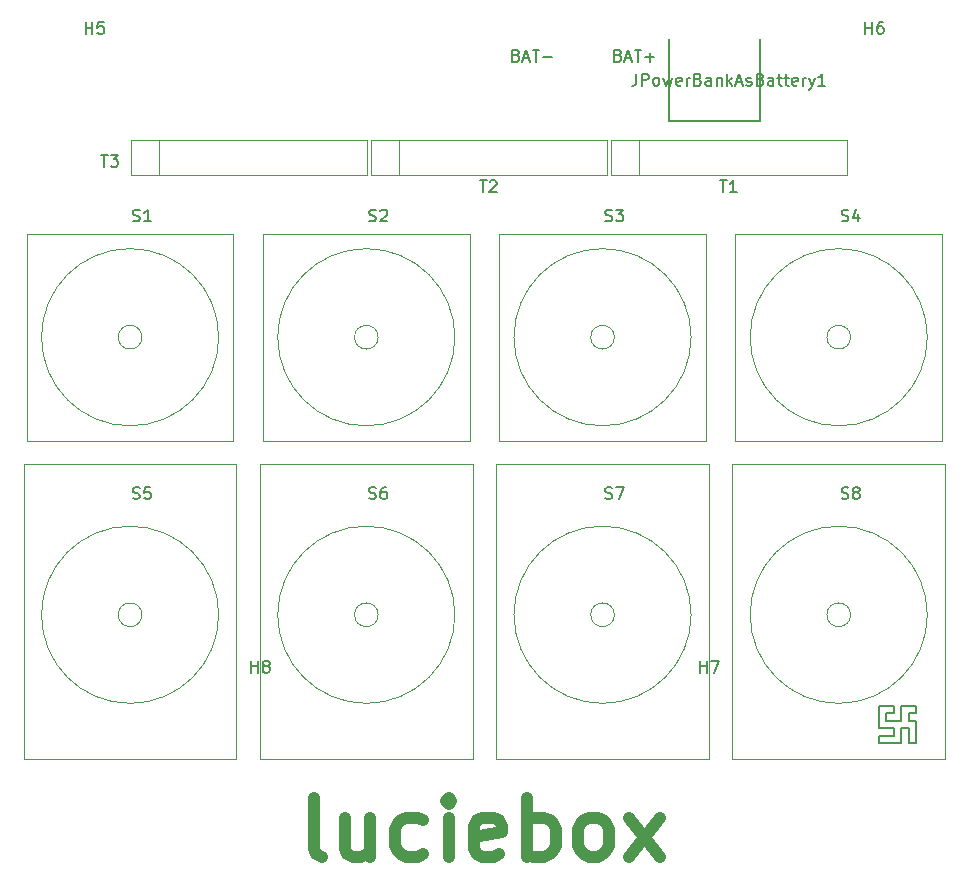
<source format=gbr>
%TF.GenerationSoftware,KiCad,Pcbnew,(6.0.0)*%
%TF.CreationDate,2023-02-05T23:33:58-08:00*%
%TF.ProjectId,button_pcb,62757474-6f6e-45f7-9063-622e6b696361,rev?*%
%TF.SameCoordinates,Original*%
%TF.FileFunction,Legend,Top*%
%TF.FilePolarity,Positive*%
%FSLAX46Y46*%
G04 Gerber Fmt 4.6, Leading zero omitted, Abs format (unit mm)*
G04 Created by KiCad (PCBNEW (6.0.0)) date 2023-02-05 23:33:58*
%MOMM*%
%LPD*%
G01*
G04 APERTURE LIST*
%ADD10C,0.150000*%
%ADD11C,1.000000*%
%ADD12C,0.120000*%
G04 APERTURE END LIST*
D10*
X72390000Y-86360000D02*
X72390000Y-84455000D01*
X74930000Y-87630000D02*
X74930000Y-86360000D01*
X75565000Y-85090000D02*
X74930000Y-85090000D01*
X75565000Y-87630000D02*
X74930000Y-87630000D01*
X74930000Y-86360000D02*
X74295000Y-86360000D01*
X74930000Y-85725000D02*
X75565000Y-85725000D01*
X72390000Y-87630000D02*
X72390000Y-86995000D01*
X73025000Y-85725000D02*
X74295000Y-85725000D01*
X72390000Y-86995000D02*
X73660000Y-86995000D01*
X72390000Y-84455000D02*
X73660000Y-84455000D01*
X74295000Y-84455000D02*
X75565000Y-84455000D01*
X74295000Y-86360000D02*
X74295000Y-87630000D01*
X73660000Y-84455000D02*
X73660000Y-85090000D01*
X75565000Y-84455000D02*
X75565000Y-85090000D01*
X74295000Y-85725000D02*
X74295000Y-84455000D01*
X73660000Y-86360000D02*
X72390000Y-86360000D01*
X73025000Y-85090000D02*
X73025000Y-85725000D01*
X75565000Y-85725000D02*
X75565000Y-87630000D01*
X74295000Y-87630000D02*
X72390000Y-87630000D01*
X73660000Y-85090000D02*
X73025000Y-85090000D01*
X73660000Y-86995000D02*
X73660000Y-86360000D01*
X74930000Y-85090000D02*
X74930000Y-85725000D01*
X50331857Y-29392571D02*
X50474714Y-29440190D01*
X50522333Y-29487809D01*
X50569952Y-29583047D01*
X50569952Y-29725904D01*
X50522333Y-29821142D01*
X50474714Y-29868761D01*
X50379476Y-29916380D01*
X49998523Y-29916380D01*
X49998523Y-28916380D01*
X50331857Y-28916380D01*
X50427095Y-28964000D01*
X50474714Y-29011619D01*
X50522333Y-29106857D01*
X50522333Y-29202095D01*
X50474714Y-29297333D01*
X50427095Y-29344952D01*
X50331857Y-29392571D01*
X49998523Y-29392571D01*
X50950904Y-29630666D02*
X51427095Y-29630666D01*
X50855666Y-29916380D02*
X51189000Y-28916380D01*
X51522333Y-29916380D01*
X51712809Y-28916380D02*
X52284238Y-28916380D01*
X51998523Y-29916380D02*
X51998523Y-28916380D01*
X52617571Y-29535428D02*
X53379476Y-29535428D01*
X52998523Y-29916380D02*
X52998523Y-29154476D01*
X41695857Y-29392571D02*
X41838714Y-29440190D01*
X41886333Y-29487809D01*
X41933952Y-29583047D01*
X41933952Y-29725904D01*
X41886333Y-29821142D01*
X41838714Y-29868761D01*
X41743476Y-29916380D01*
X41362523Y-29916380D01*
X41362523Y-28916380D01*
X41695857Y-28916380D01*
X41791095Y-28964000D01*
X41838714Y-29011619D01*
X41886333Y-29106857D01*
X41886333Y-29202095D01*
X41838714Y-29297333D01*
X41791095Y-29344952D01*
X41695857Y-29392571D01*
X41362523Y-29392571D01*
X42314904Y-29630666D02*
X42791095Y-29630666D01*
X42219666Y-29916380D02*
X42553000Y-28916380D01*
X42886333Y-29916380D01*
X43076809Y-28916380D02*
X43648238Y-28916380D01*
X43362523Y-29916380D02*
X43362523Y-28916380D01*
X43981571Y-29535428D02*
X44743476Y-29535428D01*
D11*
X42642857Y-97261904D02*
X42642857Y-92261904D01*
X42642857Y-94166666D02*
X43119047Y-93928571D01*
X44071428Y-93928571D01*
X44547619Y-94166666D01*
X44785714Y-94404761D01*
X45023809Y-94880952D01*
X45023809Y-96309523D01*
X44785714Y-96785714D01*
X44547619Y-97023809D01*
X44071428Y-97261904D01*
X43119047Y-97261904D01*
X42642857Y-97023809D01*
X47880952Y-97261904D02*
X47404761Y-97023809D01*
X47166666Y-96785714D01*
X46928571Y-96309523D01*
X46928571Y-94880952D01*
X47166666Y-94404761D01*
X47404761Y-94166666D01*
X47880952Y-93928571D01*
X48595238Y-93928571D01*
X49071428Y-94166666D01*
X49309523Y-94404761D01*
X49547619Y-94880952D01*
X49547619Y-96309523D01*
X49309523Y-96785714D01*
X49071428Y-97023809D01*
X48595238Y-97261904D01*
X47880952Y-97261904D01*
X51214285Y-97261904D02*
X53833333Y-93928571D01*
X51214285Y-93928571D02*
X53833333Y-97261904D01*
X25257142Y-97261904D02*
X24780952Y-97023809D01*
X24542857Y-96547619D01*
X24542857Y-92261904D01*
X29304761Y-93928571D02*
X29304761Y-97261904D01*
X27161904Y-93928571D02*
X27161904Y-96547619D01*
X27400000Y-97023809D01*
X27876190Y-97261904D01*
X28590476Y-97261904D01*
X29066666Y-97023809D01*
X29304761Y-96785714D01*
X33828571Y-97023809D02*
X33352380Y-97261904D01*
X32400000Y-97261904D01*
X31923809Y-97023809D01*
X31685714Y-96785714D01*
X31447619Y-96309523D01*
X31447619Y-94880952D01*
X31685714Y-94404761D01*
X31923809Y-94166666D01*
X32400000Y-93928571D01*
X33352380Y-93928571D01*
X33828571Y-94166666D01*
X35971428Y-97261904D02*
X35971428Y-93928571D01*
X35971428Y-92261904D02*
X35733333Y-92500000D01*
X35971428Y-92738095D01*
X36209523Y-92500000D01*
X35971428Y-92261904D01*
X35971428Y-92738095D01*
X40257142Y-97023809D02*
X39780952Y-97261904D01*
X38828571Y-97261904D01*
X38352380Y-97023809D01*
X38114285Y-96547619D01*
X38114285Y-94642857D01*
X38352380Y-94166666D01*
X38828571Y-93928571D01*
X39780952Y-93928571D01*
X40257142Y-94166666D01*
X40495238Y-94642857D01*
X40495238Y-95119047D01*
X38114285Y-95595238D01*
D10*
%TO.C,S8*%
X69238095Y-66904761D02*
X69380952Y-66952380D01*
X69619047Y-66952380D01*
X69714285Y-66904761D01*
X69761904Y-66857142D01*
X69809523Y-66761904D01*
X69809523Y-66666666D01*
X69761904Y-66571428D01*
X69714285Y-66523809D01*
X69619047Y-66476190D01*
X69428571Y-66428571D01*
X69333333Y-66380952D01*
X69285714Y-66333333D01*
X69238095Y-66238095D01*
X69238095Y-66142857D01*
X69285714Y-66047619D01*
X69333333Y-66000000D01*
X69428571Y-65952380D01*
X69666666Y-65952380D01*
X69809523Y-66000000D01*
X70380952Y-66380952D02*
X70285714Y-66333333D01*
X70238095Y-66285714D01*
X70190476Y-66190476D01*
X70190476Y-66142857D01*
X70238095Y-66047619D01*
X70285714Y-66000000D01*
X70380952Y-65952380D01*
X70571428Y-65952380D01*
X70666666Y-66000000D01*
X70714285Y-66047619D01*
X70761904Y-66142857D01*
X70761904Y-66190476D01*
X70714285Y-66285714D01*
X70666666Y-66333333D01*
X70571428Y-66380952D01*
X70380952Y-66380952D01*
X70285714Y-66428571D01*
X70238095Y-66476190D01*
X70190476Y-66571428D01*
X70190476Y-66761904D01*
X70238095Y-66857142D01*
X70285714Y-66904761D01*
X70380952Y-66952380D01*
X70571428Y-66952380D01*
X70666666Y-66904761D01*
X70714285Y-66857142D01*
X70761904Y-66761904D01*
X70761904Y-66571428D01*
X70714285Y-66476190D01*
X70666666Y-66428571D01*
X70571428Y-66380952D01*
%TO.C,H6*%
X71238095Y-27552380D02*
X71238095Y-26552380D01*
X71238095Y-27028571D02*
X71809523Y-27028571D01*
X71809523Y-27552380D02*
X71809523Y-26552380D01*
X72714285Y-26552380D02*
X72523809Y-26552380D01*
X72428571Y-26600000D01*
X72380952Y-26647619D01*
X72285714Y-26790476D01*
X72238095Y-26980952D01*
X72238095Y-27361904D01*
X72285714Y-27457142D01*
X72333333Y-27504761D01*
X72428571Y-27552380D01*
X72619047Y-27552380D01*
X72714285Y-27504761D01*
X72761904Y-27457142D01*
X72809523Y-27361904D01*
X72809523Y-27123809D01*
X72761904Y-27028571D01*
X72714285Y-26980952D01*
X72619047Y-26933333D01*
X72428571Y-26933333D01*
X72333333Y-26980952D01*
X72285714Y-27028571D01*
X72238095Y-27123809D01*
%TO.C,S1*%
X9238095Y-43404761D02*
X9380952Y-43452380D01*
X9619047Y-43452380D01*
X9714285Y-43404761D01*
X9761904Y-43357142D01*
X9809523Y-43261904D01*
X9809523Y-43166666D01*
X9761904Y-43071428D01*
X9714285Y-43023809D01*
X9619047Y-42976190D01*
X9428571Y-42928571D01*
X9333333Y-42880952D01*
X9285714Y-42833333D01*
X9238095Y-42738095D01*
X9238095Y-42642857D01*
X9285714Y-42547619D01*
X9333333Y-42500000D01*
X9428571Y-42452380D01*
X9666666Y-42452380D01*
X9809523Y-42500000D01*
X10761904Y-43452380D02*
X10190476Y-43452380D01*
X10476190Y-43452380D02*
X10476190Y-42452380D01*
X10380952Y-42595238D01*
X10285714Y-42690476D01*
X10190476Y-42738095D01*
%TO.C,H5*%
X5238095Y-27552380D02*
X5238095Y-26552380D01*
X5238095Y-27028571D02*
X5809523Y-27028571D01*
X5809523Y-27552380D02*
X5809523Y-26552380D01*
X6761904Y-26552380D02*
X6285714Y-26552380D01*
X6238095Y-27028571D01*
X6285714Y-26980952D01*
X6380952Y-26933333D01*
X6619047Y-26933333D01*
X6714285Y-26980952D01*
X6761904Y-27028571D01*
X6809523Y-27123809D01*
X6809523Y-27361904D01*
X6761904Y-27457142D01*
X6714285Y-27504761D01*
X6619047Y-27552380D01*
X6380952Y-27552380D01*
X6285714Y-27504761D01*
X6238095Y-27457142D01*
%TO.C,S4*%
X69238095Y-43404761D02*
X69380952Y-43452380D01*
X69619047Y-43452380D01*
X69714285Y-43404761D01*
X69761904Y-43357142D01*
X69809523Y-43261904D01*
X69809523Y-43166666D01*
X69761904Y-43071428D01*
X69714285Y-43023809D01*
X69619047Y-42976190D01*
X69428571Y-42928571D01*
X69333333Y-42880952D01*
X69285714Y-42833333D01*
X69238095Y-42738095D01*
X69238095Y-42642857D01*
X69285714Y-42547619D01*
X69333333Y-42500000D01*
X69428571Y-42452380D01*
X69666666Y-42452380D01*
X69809523Y-42500000D01*
X70666666Y-42785714D02*
X70666666Y-43452380D01*
X70428571Y-42404761D02*
X70190476Y-43119047D01*
X70809523Y-43119047D01*
%TO.C,JPowerBankAsBattery1*%
X51856666Y-30948380D02*
X51856666Y-31662666D01*
X51809047Y-31805523D01*
X51713809Y-31900761D01*
X51570952Y-31948380D01*
X51475714Y-31948380D01*
X52332857Y-31948380D02*
X52332857Y-30948380D01*
X52713809Y-30948380D01*
X52809047Y-30996000D01*
X52856666Y-31043619D01*
X52904285Y-31138857D01*
X52904285Y-31281714D01*
X52856666Y-31376952D01*
X52809047Y-31424571D01*
X52713809Y-31472190D01*
X52332857Y-31472190D01*
X53475714Y-31948380D02*
X53380476Y-31900761D01*
X53332857Y-31853142D01*
X53285238Y-31757904D01*
X53285238Y-31472190D01*
X53332857Y-31376952D01*
X53380476Y-31329333D01*
X53475714Y-31281714D01*
X53618571Y-31281714D01*
X53713809Y-31329333D01*
X53761428Y-31376952D01*
X53809047Y-31472190D01*
X53809047Y-31757904D01*
X53761428Y-31853142D01*
X53713809Y-31900761D01*
X53618571Y-31948380D01*
X53475714Y-31948380D01*
X54142380Y-31281714D02*
X54332857Y-31948380D01*
X54523333Y-31472190D01*
X54713809Y-31948380D01*
X54904285Y-31281714D01*
X55666190Y-31900761D02*
X55570952Y-31948380D01*
X55380476Y-31948380D01*
X55285238Y-31900761D01*
X55237619Y-31805523D01*
X55237619Y-31424571D01*
X55285238Y-31329333D01*
X55380476Y-31281714D01*
X55570952Y-31281714D01*
X55666190Y-31329333D01*
X55713809Y-31424571D01*
X55713809Y-31519809D01*
X55237619Y-31615047D01*
X56142380Y-31948380D02*
X56142380Y-31281714D01*
X56142380Y-31472190D02*
X56190000Y-31376952D01*
X56237619Y-31329333D01*
X56332857Y-31281714D01*
X56428095Y-31281714D01*
X57094761Y-31424571D02*
X57237619Y-31472190D01*
X57285238Y-31519809D01*
X57332857Y-31615047D01*
X57332857Y-31757904D01*
X57285238Y-31853142D01*
X57237619Y-31900761D01*
X57142380Y-31948380D01*
X56761428Y-31948380D01*
X56761428Y-30948380D01*
X57094761Y-30948380D01*
X57190000Y-30996000D01*
X57237619Y-31043619D01*
X57285238Y-31138857D01*
X57285238Y-31234095D01*
X57237619Y-31329333D01*
X57190000Y-31376952D01*
X57094761Y-31424571D01*
X56761428Y-31424571D01*
X58190000Y-31948380D02*
X58190000Y-31424571D01*
X58142380Y-31329333D01*
X58047142Y-31281714D01*
X57856666Y-31281714D01*
X57761428Y-31329333D01*
X58190000Y-31900761D02*
X58094761Y-31948380D01*
X57856666Y-31948380D01*
X57761428Y-31900761D01*
X57713809Y-31805523D01*
X57713809Y-31710285D01*
X57761428Y-31615047D01*
X57856666Y-31567428D01*
X58094761Y-31567428D01*
X58190000Y-31519809D01*
X58666190Y-31281714D02*
X58666190Y-31948380D01*
X58666190Y-31376952D02*
X58713809Y-31329333D01*
X58809047Y-31281714D01*
X58951904Y-31281714D01*
X59047142Y-31329333D01*
X59094761Y-31424571D01*
X59094761Y-31948380D01*
X59570952Y-31948380D02*
X59570952Y-30948380D01*
X59666190Y-31567428D02*
X59951904Y-31948380D01*
X59951904Y-31281714D02*
X59570952Y-31662666D01*
X60332857Y-31662666D02*
X60809047Y-31662666D01*
X60237619Y-31948380D02*
X60570952Y-30948380D01*
X60904285Y-31948380D01*
X61190000Y-31900761D02*
X61285238Y-31948380D01*
X61475714Y-31948380D01*
X61570952Y-31900761D01*
X61618571Y-31805523D01*
X61618571Y-31757904D01*
X61570952Y-31662666D01*
X61475714Y-31615047D01*
X61332857Y-31615047D01*
X61237619Y-31567428D01*
X61190000Y-31472190D01*
X61190000Y-31424571D01*
X61237619Y-31329333D01*
X61332857Y-31281714D01*
X61475714Y-31281714D01*
X61570952Y-31329333D01*
X62380476Y-31424571D02*
X62523333Y-31472190D01*
X62570952Y-31519809D01*
X62618571Y-31615047D01*
X62618571Y-31757904D01*
X62570952Y-31853142D01*
X62523333Y-31900761D01*
X62428095Y-31948380D01*
X62047142Y-31948380D01*
X62047142Y-30948380D01*
X62380476Y-30948380D01*
X62475714Y-30996000D01*
X62523333Y-31043619D01*
X62570952Y-31138857D01*
X62570952Y-31234095D01*
X62523333Y-31329333D01*
X62475714Y-31376952D01*
X62380476Y-31424571D01*
X62047142Y-31424571D01*
X63475714Y-31948380D02*
X63475714Y-31424571D01*
X63428095Y-31329333D01*
X63332857Y-31281714D01*
X63142380Y-31281714D01*
X63047142Y-31329333D01*
X63475714Y-31900761D02*
X63380476Y-31948380D01*
X63142380Y-31948380D01*
X63047142Y-31900761D01*
X62999523Y-31805523D01*
X62999523Y-31710285D01*
X63047142Y-31615047D01*
X63142380Y-31567428D01*
X63380476Y-31567428D01*
X63475714Y-31519809D01*
X63809047Y-31281714D02*
X64190000Y-31281714D01*
X63951904Y-30948380D02*
X63951904Y-31805523D01*
X63999523Y-31900761D01*
X64094761Y-31948380D01*
X64190000Y-31948380D01*
X64380476Y-31281714D02*
X64761428Y-31281714D01*
X64523333Y-30948380D02*
X64523333Y-31805523D01*
X64570952Y-31900761D01*
X64666190Y-31948380D01*
X64761428Y-31948380D01*
X65475714Y-31900761D02*
X65380476Y-31948380D01*
X65190000Y-31948380D01*
X65094761Y-31900761D01*
X65047142Y-31805523D01*
X65047142Y-31424571D01*
X65094761Y-31329333D01*
X65190000Y-31281714D01*
X65380476Y-31281714D01*
X65475714Y-31329333D01*
X65523333Y-31424571D01*
X65523333Y-31519809D01*
X65047142Y-31615047D01*
X65951904Y-31948380D02*
X65951904Y-31281714D01*
X65951904Y-31472190D02*
X65999523Y-31376952D01*
X66047142Y-31329333D01*
X66142380Y-31281714D01*
X66237619Y-31281714D01*
X66475714Y-31281714D02*
X66713809Y-31948380D01*
X66951904Y-31281714D02*
X66713809Y-31948380D01*
X66618571Y-32186476D01*
X66570952Y-32234095D01*
X66475714Y-32281714D01*
X67856666Y-31948380D02*
X67285238Y-31948380D01*
X67570952Y-31948380D02*
X67570952Y-30948380D01*
X67475714Y-31091238D01*
X67380476Y-31186476D01*
X67285238Y-31234095D01*
%TO.C,H8*%
X19238095Y-81652380D02*
X19238095Y-80652380D01*
X19238095Y-81128571D02*
X19809523Y-81128571D01*
X19809523Y-81652380D02*
X19809523Y-80652380D01*
X20428571Y-81080952D02*
X20333333Y-81033333D01*
X20285714Y-80985714D01*
X20238095Y-80890476D01*
X20238095Y-80842857D01*
X20285714Y-80747619D01*
X20333333Y-80700000D01*
X20428571Y-80652380D01*
X20619047Y-80652380D01*
X20714285Y-80700000D01*
X20761904Y-80747619D01*
X20809523Y-80842857D01*
X20809523Y-80890476D01*
X20761904Y-80985714D01*
X20714285Y-81033333D01*
X20619047Y-81080952D01*
X20428571Y-81080952D01*
X20333333Y-81128571D01*
X20285714Y-81176190D01*
X20238095Y-81271428D01*
X20238095Y-81461904D01*
X20285714Y-81557142D01*
X20333333Y-81604761D01*
X20428571Y-81652380D01*
X20619047Y-81652380D01*
X20714285Y-81604761D01*
X20761904Y-81557142D01*
X20809523Y-81461904D01*
X20809523Y-81271428D01*
X20761904Y-81176190D01*
X20714285Y-81128571D01*
X20619047Y-81080952D01*
%TO.C,S7*%
X49238095Y-66904761D02*
X49380952Y-66952380D01*
X49619047Y-66952380D01*
X49714285Y-66904761D01*
X49761904Y-66857142D01*
X49809523Y-66761904D01*
X49809523Y-66666666D01*
X49761904Y-66571428D01*
X49714285Y-66523809D01*
X49619047Y-66476190D01*
X49428571Y-66428571D01*
X49333333Y-66380952D01*
X49285714Y-66333333D01*
X49238095Y-66238095D01*
X49238095Y-66142857D01*
X49285714Y-66047619D01*
X49333333Y-66000000D01*
X49428571Y-65952380D01*
X49666666Y-65952380D01*
X49809523Y-66000000D01*
X50142857Y-65952380D02*
X50809523Y-65952380D01*
X50380952Y-66952380D01*
%TO.C,T2*%
X38608095Y-39972380D02*
X39179523Y-39972380D01*
X38893809Y-40972380D02*
X38893809Y-39972380D01*
X39465238Y-40067619D02*
X39512857Y-40020000D01*
X39608095Y-39972380D01*
X39846190Y-39972380D01*
X39941428Y-40020000D01*
X39989047Y-40067619D01*
X40036666Y-40162857D01*
X40036666Y-40258095D01*
X39989047Y-40400952D01*
X39417619Y-40972380D01*
X40036666Y-40972380D01*
%TO.C,T1*%
X58928095Y-39972380D02*
X59499523Y-39972380D01*
X59213809Y-40972380D02*
X59213809Y-39972380D01*
X60356666Y-40972380D02*
X59785238Y-40972380D01*
X60070952Y-40972380D02*
X60070952Y-39972380D01*
X59975714Y-40115238D01*
X59880476Y-40210476D01*
X59785238Y-40258095D01*
%TO.C,S5*%
X9238095Y-66904761D02*
X9380952Y-66952380D01*
X9619047Y-66952380D01*
X9714285Y-66904761D01*
X9761904Y-66857142D01*
X9809523Y-66761904D01*
X9809523Y-66666666D01*
X9761904Y-66571428D01*
X9714285Y-66523809D01*
X9619047Y-66476190D01*
X9428571Y-66428571D01*
X9333333Y-66380952D01*
X9285714Y-66333333D01*
X9238095Y-66238095D01*
X9238095Y-66142857D01*
X9285714Y-66047619D01*
X9333333Y-66000000D01*
X9428571Y-65952380D01*
X9666666Y-65952380D01*
X9809523Y-66000000D01*
X10714285Y-65952380D02*
X10238095Y-65952380D01*
X10190476Y-66428571D01*
X10238095Y-66380952D01*
X10333333Y-66333333D01*
X10571428Y-66333333D01*
X10666666Y-66380952D01*
X10714285Y-66428571D01*
X10761904Y-66523809D01*
X10761904Y-66761904D01*
X10714285Y-66857142D01*
X10666666Y-66904761D01*
X10571428Y-66952380D01*
X10333333Y-66952380D01*
X10238095Y-66904761D01*
X10190476Y-66857142D01*
%TO.C,S2*%
X29238095Y-43404761D02*
X29380952Y-43452380D01*
X29619047Y-43452380D01*
X29714285Y-43404761D01*
X29761904Y-43357142D01*
X29809523Y-43261904D01*
X29809523Y-43166666D01*
X29761904Y-43071428D01*
X29714285Y-43023809D01*
X29619047Y-42976190D01*
X29428571Y-42928571D01*
X29333333Y-42880952D01*
X29285714Y-42833333D01*
X29238095Y-42738095D01*
X29238095Y-42642857D01*
X29285714Y-42547619D01*
X29333333Y-42500000D01*
X29428571Y-42452380D01*
X29666666Y-42452380D01*
X29809523Y-42500000D01*
X30190476Y-42547619D02*
X30238095Y-42500000D01*
X30333333Y-42452380D01*
X30571428Y-42452380D01*
X30666666Y-42500000D01*
X30714285Y-42547619D01*
X30761904Y-42642857D01*
X30761904Y-42738095D01*
X30714285Y-42880952D01*
X30142857Y-43452380D01*
X30761904Y-43452380D01*
%TO.C,S6*%
X29238095Y-66904761D02*
X29380952Y-66952380D01*
X29619047Y-66952380D01*
X29714285Y-66904761D01*
X29761904Y-66857142D01*
X29809523Y-66761904D01*
X29809523Y-66666666D01*
X29761904Y-66571428D01*
X29714285Y-66523809D01*
X29619047Y-66476190D01*
X29428571Y-66428571D01*
X29333333Y-66380952D01*
X29285714Y-66333333D01*
X29238095Y-66238095D01*
X29238095Y-66142857D01*
X29285714Y-66047619D01*
X29333333Y-66000000D01*
X29428571Y-65952380D01*
X29666666Y-65952380D01*
X29809523Y-66000000D01*
X30666666Y-65952380D02*
X30476190Y-65952380D01*
X30380952Y-66000000D01*
X30333333Y-66047619D01*
X30238095Y-66190476D01*
X30190476Y-66380952D01*
X30190476Y-66761904D01*
X30238095Y-66857142D01*
X30285714Y-66904761D01*
X30380952Y-66952380D01*
X30571428Y-66952380D01*
X30666666Y-66904761D01*
X30714285Y-66857142D01*
X30761904Y-66761904D01*
X30761904Y-66523809D01*
X30714285Y-66428571D01*
X30666666Y-66380952D01*
X30571428Y-66333333D01*
X30380952Y-66333333D01*
X30285714Y-66380952D01*
X30238095Y-66428571D01*
X30190476Y-66523809D01*
%TO.C,T3*%
X6540395Y-37817380D02*
X7111823Y-37817380D01*
X6826109Y-38817380D02*
X6826109Y-37817380D01*
X7349919Y-37817380D02*
X7968966Y-37817380D01*
X7635633Y-38198333D01*
X7778490Y-38198333D01*
X7873728Y-38245952D01*
X7921347Y-38293571D01*
X7968966Y-38388809D01*
X7968966Y-38626904D01*
X7921347Y-38722142D01*
X7873728Y-38769761D01*
X7778490Y-38817380D01*
X7492776Y-38817380D01*
X7397538Y-38769761D01*
X7349919Y-38722142D01*
%TO.C,S3*%
X49238095Y-43404761D02*
X49380952Y-43452380D01*
X49619047Y-43452380D01*
X49714285Y-43404761D01*
X49761904Y-43357142D01*
X49809523Y-43261904D01*
X49809523Y-43166666D01*
X49761904Y-43071428D01*
X49714285Y-43023809D01*
X49619047Y-42976190D01*
X49428571Y-42928571D01*
X49333333Y-42880952D01*
X49285714Y-42833333D01*
X49238095Y-42738095D01*
X49238095Y-42642857D01*
X49285714Y-42547619D01*
X49333333Y-42500000D01*
X49428571Y-42452380D01*
X49666666Y-42452380D01*
X49809523Y-42500000D01*
X50142857Y-42452380D02*
X50761904Y-42452380D01*
X50428571Y-42833333D01*
X50571428Y-42833333D01*
X50666666Y-42880952D01*
X50714285Y-42928571D01*
X50761904Y-43023809D01*
X50761904Y-43261904D01*
X50714285Y-43357142D01*
X50666666Y-43404761D01*
X50571428Y-43452380D01*
X50285714Y-43452380D01*
X50190476Y-43404761D01*
X50142857Y-43357142D01*
%TO.C,H7*%
X57238095Y-81652380D02*
X57238095Y-80652380D01*
X57238095Y-81128571D02*
X57809523Y-81128571D01*
X57809523Y-81652380D02*
X57809523Y-80652380D01*
X58190476Y-80652380D02*
X58857142Y-80652380D01*
X58428571Y-81652380D01*
D12*
%TO.C,S8*%
X78000000Y-65000000D02*
X78000000Y-89000000D01*
X78000000Y-64000000D02*
X78000000Y-65000000D01*
X60000000Y-64000000D02*
X60000000Y-65000000D01*
X78000000Y-89000000D02*
X60000000Y-89000000D01*
X60000000Y-64000000D02*
X78000000Y-64000000D01*
X60000000Y-89000000D02*
X60000000Y-65000000D01*
X76500000Y-76750000D02*
G75*
G03*
X76500000Y-76750000I-7500000J0D01*
G01*
X70001249Y-76750000D02*
G75*
G03*
X70001249Y-76750000I-1001249J0D01*
G01*
%TO.C,S1*%
X17750000Y-44500000D02*
X17750000Y-62000000D01*
X250000Y-44500000D02*
X17750000Y-44500000D01*
X17750000Y-62000000D02*
X250000Y-62000000D01*
X250000Y-62000000D02*
X250000Y-44500000D01*
X10001249Y-53250000D02*
G75*
G03*
X10001249Y-53250000I-1001249J0D01*
G01*
X16500000Y-53250000D02*
G75*
G03*
X16500000Y-53250000I-7500000J0D01*
G01*
%TO.C,S4*%
X60250000Y-44500000D02*
X77750000Y-44500000D01*
X60250000Y-62000000D02*
X60250000Y-44500000D01*
X77750000Y-44500000D02*
X77750000Y-62000000D01*
X77750000Y-62000000D02*
X60250000Y-62000000D01*
X70001249Y-53250000D02*
G75*
G03*
X70001249Y-53250000I-1001249J0D01*
G01*
X76500000Y-53250000D02*
G75*
G03*
X76500000Y-53250000I-7500000J0D01*
G01*
D10*
%TO.C,JPowerBankAsBattery1*%
X62303000Y-34961000D02*
X54603000Y-34961000D01*
X62303000Y-27961000D02*
X62303000Y-34961000D01*
X54603000Y-34961000D02*
X54603000Y-27961000D01*
D12*
%TO.C,S7*%
X58000000Y-89000000D02*
X40000000Y-89000000D01*
X40000000Y-64000000D02*
X58000000Y-64000000D01*
X40000000Y-89000000D02*
X40000000Y-65000000D01*
X40000000Y-64000000D02*
X40000000Y-65000000D01*
X58000000Y-64000000D02*
X58000000Y-65000000D01*
X58000000Y-65000000D02*
X58000000Y-89000000D01*
X50001249Y-76750000D02*
G75*
G03*
X50001249Y-76750000I-1001249J0D01*
G01*
X56500000Y-76750000D02*
G75*
G03*
X56500000Y-76750000I-7500000J0D01*
G01*
%TO.C,T2*%
X29380000Y-39520000D02*
X29380000Y-36520000D01*
X29380000Y-36520000D02*
X49360000Y-36520000D01*
X49360000Y-39520000D02*
X29380000Y-39520000D01*
X49360000Y-36520000D02*
X49360000Y-39520000D01*
X31750000Y-36520000D02*
X31750000Y-39520000D01*
%TO.C,T1*%
X49700000Y-36520000D02*
X69680000Y-36520000D01*
X69680000Y-36520000D02*
X69680000Y-39520000D01*
X52070000Y-36520000D02*
X52070000Y-39520000D01*
X49700000Y-39520000D02*
X49700000Y-36520000D01*
X69680000Y-39520000D02*
X49700000Y-39520000D01*
%TO.C,S5*%
X18000000Y-89000000D02*
X0Y-89000000D01*
X0Y-89000000D02*
X0Y-65000000D01*
X0Y-64000000D02*
X18000000Y-64000000D01*
X18000000Y-65000000D02*
X18000000Y-89000000D01*
X18000000Y-64000000D02*
X18000000Y-65000000D01*
X0Y-64000000D02*
X0Y-65000000D01*
X10001249Y-76750000D02*
G75*
G03*
X10001249Y-76750000I-1001249J0D01*
G01*
X16500000Y-76750000D02*
G75*
G03*
X16500000Y-76750000I-7500000J0D01*
G01*
%TO.C,S2*%
X20250000Y-62000000D02*
X20250000Y-44500000D01*
X20250000Y-44500000D02*
X37750000Y-44500000D01*
X37750000Y-62000000D02*
X20250000Y-62000000D01*
X37750000Y-44500000D02*
X37750000Y-62000000D01*
X36500000Y-53250000D02*
G75*
G03*
X36500000Y-53250000I-7500000J0D01*
G01*
X30001249Y-53250000D02*
G75*
G03*
X30001249Y-53250000I-1001249J0D01*
G01*
%TO.C,S6*%
X38000000Y-64000000D02*
X38000000Y-65000000D01*
X38000000Y-89000000D02*
X20000000Y-89000000D01*
X20000000Y-89000000D02*
X20000000Y-65000000D01*
X38000000Y-65000000D02*
X38000000Y-89000000D01*
X20000000Y-64000000D02*
X38000000Y-64000000D01*
X20000000Y-64000000D02*
X20000000Y-65000000D01*
X36500000Y-76750000D02*
G75*
G03*
X36500000Y-76750000I-7500000J0D01*
G01*
X30001249Y-76750000D02*
G75*
G03*
X30001249Y-76750000I-1001249J0D01*
G01*
%TO.C,T3*%
X29040000Y-36520000D02*
X29040000Y-39520000D01*
X9060000Y-36520000D02*
X29040000Y-36520000D01*
X9060000Y-39520000D02*
X9060000Y-36520000D01*
X11430000Y-36520000D02*
X11430000Y-39520000D01*
X29040000Y-39520000D02*
X9060000Y-39520000D01*
%TO.C,S3*%
X40250000Y-44500000D02*
X57750000Y-44500000D01*
X40250000Y-62000000D02*
X40250000Y-44500000D01*
X57750000Y-44500000D02*
X57750000Y-62000000D01*
X57750000Y-62000000D02*
X40250000Y-62000000D01*
X50001249Y-53250000D02*
G75*
G03*
X50001249Y-53250000I-1001249J0D01*
G01*
X56500000Y-53250000D02*
G75*
G03*
X56500000Y-53250000I-7500000J0D01*
G01*
%TD*%
M02*

</source>
